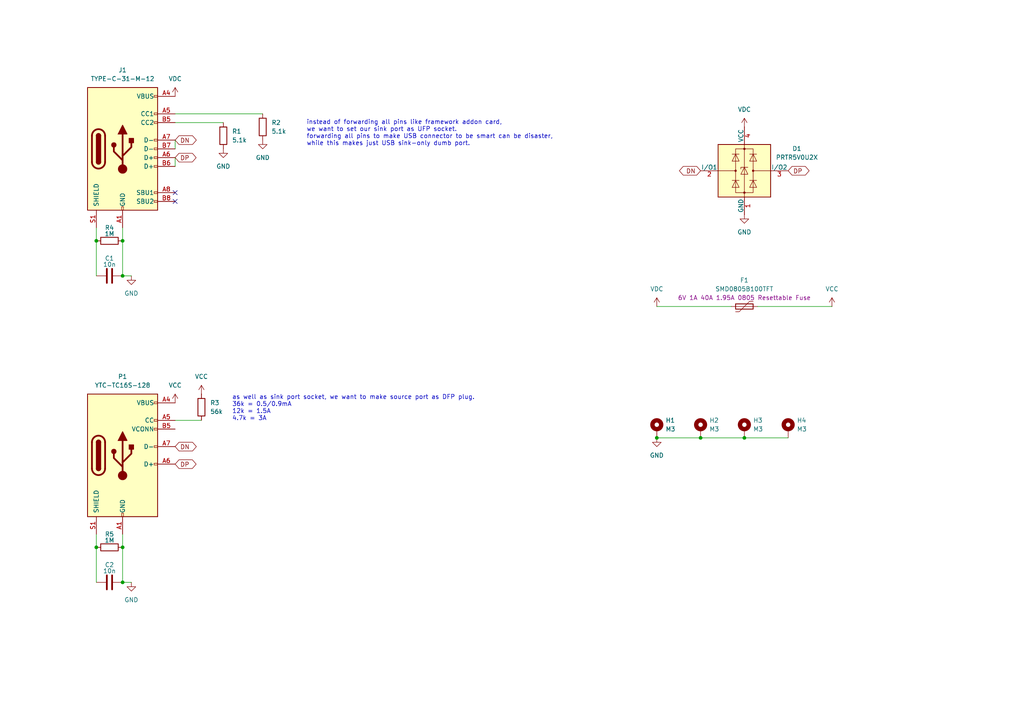
<source format=kicad_sch>
(kicad_sch (version 20250114) (generator "eeschema") (generator_version "9.0")
  (paper "A4")
  (lib_symbols
    (symbol "Connector:USB_C_Plug_USB2.0" (pin_names (offset 1.016))
      (property "Reference" "P" (at -10.16 19.05 0))
      (property "Value" "USB_C_Plug_USB2.0" (at 12.7 19.05 0))
      (symbol "USB_C_Plug_USB2.0_0_0"
        (rectangle (start -0.254 -17.78) (end 0.254 -16.764))
        (rectangle (start 10.16 15.494) (end 9.144 14.986))
        (rectangle (start 10.16 10.414) (end 9.144 9.906))
        (rectangle (start 10.16 7.874) (end 9.144 7.366))
        (rectangle (start 10.16 2.794) (end 9.144 2.286))
        (rectangle (start 10.16 -2.286) (end 9.144 -2.794))
      )
      (symbol "USB_C_Plug_USB2.0_0_1"
        (rectangle (start -10.16 17.78) (end 10.16 -17.78) (stroke (width 0.254)) (fill (type background)))
        (polyline (pts (xy -8.89 -3.81) (xy -8.89 3.81)) (stroke (width 0.508)))
        (rectangle (start -7.62 -3.81) (end -6.35 3.81) (stroke (width 0.254)) (fill (type outline)))
        (arc (start -7.62 3.81) (mid -6.985 4.4423) (end -6.35 3.81) (stroke (width 0.254)))
        (arc (start -7.62 3.81) (mid -6.985 4.4423) (end -6.35 3.81) (stroke (width 0.254)) (fill (type outline)))
        (arc (start -8.89 3.81) (mid -6.985 5.7067) (end -5.08 3.81) (stroke (width 0.508)))
        (arc (start -5.08 -3.81) (mid -6.985 -5.7067) (end -8.89 -3.81) (stroke (width 0.508)))
        (arc (start -6.35 -3.81) (mid -6.985 -4.4423) (end -7.62 -3.81) (stroke (width 0.254)))
        (arc (start -6.35 -3.81) (mid -6.985 -4.4423) (end -7.62 -3.81) (stroke (width 0.254)) (fill (type outline)))
        (polyline (pts (xy -5.08 3.81) (xy -5.08 -3.81)) (stroke (width 0.508)))
        (circle (center -2.54 1.143) (radius 0.635) (stroke (width 0.254)) (fill (type outline)))
        (polyline (pts (xy -1.27 4.318) (xy 0 6.858) (xy 1.27 4.318) (xy -1.27 4.318)) (stroke (width 0.254)) (fill (type outline)))
        (polyline (pts (xy 0 -2.032) (xy 2.54 0.508) (xy 2.54 1.778)) (stroke (width 0.508)))
        (polyline (pts (xy 0 -3.302) (xy -2.54 -0.762) (xy -2.54 0.508)) (stroke (width 0.508)))
        (polyline (pts (xy 0 -5.842) (xy 0 4.318)) (stroke (width 0.508)))
        (circle (center 0 -5.842) (radius 1.27) (fill (type outline)))
        (rectangle (start 1.905 1.778) (end 3.175 3.048) (stroke (width 0.254)) (fill (type outline)))
      )
      (symbol "USB_C_Plug_USB2.0_1_1"
        (pin passive line (at -7.62 -22.86 90) (length 5.08) (name "SHIELD") (number "S1"))
        (pin passive line (at 0 -22.86 90) (length 5.08) (name "GND") (number "A1"))
        (pin passive line (at 0 -22.86 90) (length 5.08) (hide yes) (name "GND") (number "A12"))
        (pin passive line (at 0 -22.86 90) (length 5.08) (hide yes) (name "GND") (number "B1"))
        (pin passive line (at 0 -22.86 90) (length 5.08) (hide yes) (name "GND") (number "B12"))
        (pin passive line (at 15.24 15.24 180) (length 5.08) (name "VBUS") (number "A4"))
        (pin passive line (at 15.24 15.24 180) (length 5.08) (hide yes) (name "VBUS") (number "A9"))
        (pin passive line (at 15.24 15.24 180) (length 5.08) (hide yes) (name "VBUS") (number "B4"))
        (pin passive line (at 15.24 15.24 180) (length 5.08) (hide yes) (name "VBUS") (number "B9"))
        (pin bidirectional line (at 15.24 10.16 180) (length 5.08) (name "CC") (number "A5"))
        (pin bidirectional line (at 15.24 7.62 180) (length 5.08) (name "VCONN") (number "B5"))
        (pin bidirectional line (at 15.24 2.54 180) (length 5.08) (name "D-") (number "A7"))
        (pin bidirectional line (at 15.24 -2.54 180) (length 5.08) (name "D+") (number "A6"))
      )
    )
    (symbol "Connector:USB_C_Receptacle_USB2.0_16P" (pin_names (offset 1.016))
      (property "Reference" "J" (at 0 22.225 0))
      (property "Value" "USB_C_Receptacle_USB2.0_16P" (at 0 19.685 0))
      (symbol "USB_C_Receptacle_USB2.0_16P_0_0"
        (rectangle (start -0.254 -17.78) (end 0.254 -16.764))
        (rectangle (start 10.16 15.494) (end 9.144 14.986))
        (rectangle (start 10.16 10.414) (end 9.144 9.906))
        (rectangle (start 10.16 7.874) (end 9.144 7.366))
        (rectangle (start 10.16 2.794) (end 9.144 2.286))
        (rectangle (start 10.16 0.254) (end 9.144 -0.254))
        (rectangle (start 10.16 -2.286) (end 9.144 -2.794))
        (rectangle (start 10.16 -4.826) (end 9.144 -5.334))
        (rectangle (start 10.16 -12.446) (end 9.144 -12.954))
        (rectangle (start 10.16 -14.986) (end 9.144 -15.494))
      )
      (symbol "USB_C_Receptacle_USB2.0_16P_0_1"
        (rectangle (start -10.16 17.78) (end 10.16 -17.78) (stroke (width 0.254)) (fill (type background)))
        (polyline (pts (xy -8.89 -3.81) (xy -8.89 3.81)) (stroke (width 0.508)))
        (rectangle (start -7.62 -3.81) (end -6.35 3.81) (stroke (width 0.254)) (fill (type outline)))
        (arc (start -7.62 3.81) (mid -6.985 4.4423) (end -6.35 3.81) (stroke (width 0.254)))
        (arc (start -7.62 3.81) (mid -6.985 4.4423) (end -6.35 3.81) (stroke (width 0.254)) (fill (type outline)))
        (arc (start -8.89 3.81) (mid -6.985 5.7067) (end -5.08 3.81) (stroke (width 0.508)))
        (arc (start -5.08 -3.81) (mid -6.985 -5.7067) (end -8.89 -3.81) (stroke (width 0.508)))
        (arc (start -6.35 -3.81) (mid -6.985 -4.4423) (end -7.62 -3.81) (stroke (width 0.254)))
        (arc (start -6.35 -3.81) (mid -6.985 -4.4423) (end -7.62 -3.81) (stroke (width 0.254)) (fill (type outline)))
        (polyline (pts (xy -5.08 3.81) (xy -5.08 -3.81)) (stroke (width 0.508)))
        (circle (center -2.54 1.143) (radius 0.635) (stroke (width 0.254)) (fill (type outline)))
        (polyline (pts (xy -1.27 4.318) (xy 0 6.858) (xy 1.27 4.318) (xy -1.27 4.318)) (stroke (width 0.254)) (fill (type outline)))
        (polyline (pts (xy 0 -2.032) (xy 2.54 0.508) (xy 2.54 1.778)) (stroke (width 0.508)))
        (polyline (pts (xy 0 -3.302) (xy -2.54 -0.762) (xy -2.54 0.508)) (stroke (width 0.508)))
        (polyline (pts (xy 0 -5.842) (xy 0 4.318)) (stroke (width 0.508)))
        (circle (center 0 -5.842) (radius 1.27) (fill (type outline)))
        (rectangle (start 1.905 1.778) (end 3.175 3.048) (stroke (width 0.254)) (fill (type outline)))
      )
      (symbol "USB_C_Receptacle_USB2.0_16P_1_1"
        (pin passive line (at -7.62 -22.86 90) (length 5.08) (name "SHIELD") (number "S1"))
        (pin passive line (at 0 -22.86 90) (length 5.08) (name "GND") (number "A1"))
        (pin passive line (at 0 -22.86 90) (length 5.08) (hide yes) (name "GND") (number "A12"))
        (pin passive line (at 0 -22.86 90) (length 5.08) (hide yes) (name "GND") (number "B1"))
        (pin passive line (at 0 -22.86 90) (length 5.08) (hide yes) (name "GND") (number "B12"))
        (pin passive line (at 15.24 15.24 180) (length 5.08) (name "VBUS") (number "A4"))
        (pin passive line (at 15.24 15.24 180) (length 5.08) (hide yes) (name "VBUS") (number "A9"))
        (pin passive line (at 15.24 15.24 180) (length 5.08) (hide yes) (name "VBUS") (number "B4"))
        (pin passive line (at 15.24 15.24 180) (length 5.08) (hide yes) (name "VBUS") (number "B9"))
        (pin bidirectional line (at 15.24 10.16 180) (length 5.08) (name "CC1") (number "A5"))
        (pin bidirectional line (at 15.24 7.62 180) (length 5.08) (name "CC2") (number "B5"))
        (pin bidirectional line (at 15.24 2.54 180) (length 5.08) (name "D-") (number "A7"))
        (pin bidirectional line (at 15.24 0 180) (length 5.08) (name "D-") (number "B7"))
        (pin bidirectional line (at 15.24 -2.54 180) (length 5.08) (name "D+") (number "A6"))
        (pin bidirectional line (at 15.24 -5.08 180) (length 5.08) (name "D+") (number "B6"))
        (pin bidirectional line (at 15.24 -12.7 180) (length 5.08) (name "SBU1") (number "A8"))
        (pin bidirectional line (at 15.24 -15.24 180) (length 5.08) (name "SBU2") (number "B8"))
      )
    )
    (symbol "Device:C" (pin_numbers (hide yes)) (pin_names (offset 0.254))
      (property "Reference" "C" (at 0.635 2.54 0))
      (property "Value" "C" (at 0.635 -2.54 0))
      (symbol "C_0_1"
        (polyline (pts (xy -2.032 0.762) (xy 2.032 0.762)) (stroke (width 0.508)))
        (polyline (pts (xy -2.032 -0.762) (xy 2.032 -0.762)) (stroke (width 0.508)))
      )
      (symbol "C_1_1"
        (pin passive line (at 0 3.81 270) (length 2.794) (name "~") (number "1"))
        (pin passive line (at 0 -3.81 90) (length 2.794) (name "~") (number "2"))
      )
    )
    (symbol "Device:Polyfuse" (pin_numbers (hide yes)) (pin_names (offset 0))
      (property "Reference" "F" (at -2.54 0 90))
      (property "Value" "Polyfuse" (at 2.54 0 90))
      (symbol "Polyfuse_0_1"
        (polyline (pts (xy -1.524 2.54) (xy -1.524 1.524) (xy 1.524 -1.524) (xy 1.524 -2.54)))
        (rectangle (start -0.762 2.54) (end 0.762 -2.54) (stroke (width 0.254)))
        (polyline (pts (xy 0 2.54) (xy 0 -2.54)))
      )
      (symbol "Polyfuse_1_1"
        (pin passive line (at 0 3.81 270) (length 1.27) (name "~") (number "1"))
        (pin passive line (at 0 -3.81 90) (length 1.27) (name "~") (number "2"))
      )
    )
    (symbol "Device:R" (pin_numbers (hide yes)) (pin_names (offset 0))
      (property "Reference" "R" (at 2.032 0 90))
      (property "Value" "R" (at 0 0 90))
      (symbol "R_0_1"
        (rectangle (start -1.016 -2.54) (end 1.016 2.54) (stroke (width 0.254)))
      )
      (symbol "R_1_1"
        (pin passive line (at 0 3.81 270) (length 1.27) (name "~") (number "1"))
        (pin passive line (at 0 -3.81 90) (length 1.27) (name "~") (number "2"))
      )
    )
    (symbol "Mechanical:MountingHole_Pad" (pin_numbers (hide yes)) (pin_names (offset 1.016) (hide yes)) (in_bom no)
      (property "Reference" "H" (at 0 6.35 0))
      (property "Value" "MountingHole_Pad" (at 0 4.445 0))
      (symbol "MountingHole_Pad_0_1"
        (circle (center 0 1.27) (radius 1.27) (stroke (width 1.27)))
      )
      (symbol "MountingHole_Pad_1_1"
        (pin input line (at 0 -2.54 90) (length 2.54) (name "1") (number "1"))
      )
    )
    (symbol "Power_Protection:PRTR5V0U2X" (pin_names (offset 0))
      (property "Reference" "D" (at 2.794 8.636 0))
      (property "Value" "PRTR5V0U2X" (at 8.128 -9.398 0))
      (symbol "PRTR5V0U2X_0_1"
        (rectangle (start -7.62 -7.62) (end 7.62 7.62) (stroke (width 0.254)) (fill (type background)))
        (polyline (pts (xy -3.556 2.794) (xy -1.524 2.794) (xy -2.54 4.826) (xy -3.556 2.794)))
        (polyline (pts (xy -3.556 -4.826) (xy -1.524 -4.826) (xy -2.54 -2.794) (xy -3.556 -4.826)))
        (rectangle (start -2.54 6.35) (end 2.54 -6.35))
        (circle (center -2.54 0) (radius 0.254) (fill (type outline)))
        (polyline (pts (xy -2.54 0) (xy -7.62 0)))
        (polyline (pts (xy -1.524 4.826) (xy -3.556 4.826)))
        (polyline (pts (xy -1.524 -2.794) (xy -3.556 -2.794)))
        (polyline (pts (xy -1.016 -1.016) (xy 1.016 -1.016) (xy 0 1.016) (xy -1.016 -1.016)))
        (circle (center 0 6.35) (radius 0.254) (fill (type outline)))
        (circle (center 0 -6.35) (radius 0.254) (fill (type outline)))
        (polyline (pts (xy 0 -7.62) (xy 0 7.62)))
        (polyline (pts (xy 1.016 1.016) (xy -1.016 1.016) (xy -1.016 0.508)))
        (polyline (pts (xy 1.524 4.826) (xy 3.556 4.826)))
        (polyline (pts (xy 1.524 -2.794) (xy 3.556 -2.794)))
        (polyline (pts (xy 2.54 0) (xy 7.62 0)))
        (circle (center 2.54 0) (radius 0.254) (fill (type outline)))
        (polyline (pts (xy 3.556 2.794) (xy 1.524 2.794) (xy 2.54 4.826) (xy 3.556 2.794)))
        (polyline (pts (xy 3.556 -4.826) (xy 1.524 -4.826) (xy 2.54 -2.794) (xy 3.556 -4.826)))
      )
      (symbol "PRTR5V0U2X_1_1"
        (pin passive line (at -12.7 0 0) (length 5.08) (name "I/O1") (number "2"))
        (pin passive line (at 0 12.7 270) (length 5.08) (name "VCC") (number "4"))
        (pin passive line (at 0 -12.7 90) (length 5.08) (name "GND") (number "1"))
        (pin passive line (at 12.7 0 180) (length 5.08) (name "I/O2") (number "3"))
      )
    )
    (symbol "power:GND" (power) (pin_numbers (hide yes)) (pin_names (offset 0) (hide yes))
      (property "Value" "GND" (at 0 -3.81 0))
      (symbol "GND_0_1"
        (polyline (pts (xy 0 0) (xy 0 -1.27) (xy 1.27 -1.27) (xy 0 -2.54) (xy -1.27 -1.27) (xy 0 -1.27)))
      )
      (symbol "GND_1_1"
        (pin power_in line (at 0 0 270) (length 0) (name "~") (number "1"))
      )
    )
    (symbol "power:VCC" (power) (pin_numbers (hide yes)) (pin_names (offset 0) (hide yes))
      (property "Value" "VCC" (at 0 3.556 0))
      (symbol "VCC_0_1"
        (polyline (pts (xy -0.762 1.27) (xy 0 2.54)))
        (polyline (pts (xy 0 2.54) (xy 0.762 1.27)))
        (polyline (pts (xy 0 0) (xy 0 2.54)))
      )
      (symbol "VCC_1_1"
        (pin power_in line (at 0 0 90) (length 0) (name "~") (number "1"))
      )
    )
    (symbol "power:VDC" (power) (pin_numbers (hide yes)) (pin_names (offset 0) (hide yes))
      (property "Value" "VDC" (at 0 3.556 0))
      (symbol "VDC_0_1"
        (polyline (pts (xy -0.762 1.27) (xy 0 2.54)))
        (polyline (pts (xy 0 2.54) (xy 0.762 1.27)))
        (polyline (pts (xy 0 0) (xy 0 2.54)))
      )
      (symbol "VDC_1_1"
        (pin power_in line (at 0 0 90) (length 0) (name "~") (number "1"))
      )
    )
  )
  (text "instead of forwarding all pins like framework addon card,\nwe want to set our sink port as UFP socket.\nforwarding all pins to make USB connector to be smart can be disaster,\nwhile this makes just USB sink-only dumb port." (at 88.9 38.608 0) (effects (font (size 1.27 1.27)) (justify left)))
  (text "as well as sink port socket, we want to make source port as DFP plug.\n36k = 0.5/0.9mA\n12k = 1.5A\n4.7k = 3A" (at 67.31 118.364 0) (effects (font (size 1.27 1.27)) (justify left)))
  (junction (at 35.56 158.75))
  (junction (at 215.9 127))
  (junction (at 35.56 168.91))
  (junction (at 27.94 158.75))
  (junction (at 190.5 127))
  (junction (at 27.94 69.85))
  (junction (at 35.56 69.85))
  (junction (at 203.2 127))
  (junction (at 35.56 80.01))
  (no_connect (at 50.8 55.88))
  (no_connect (at 50.8 58.42))
  (wire (pts (xy 50.8 45.72) (xy 50.8 48.26)))
  (wire (pts (xy 27.94 158.75) (xy 27.94 168.91)))
  (wire (pts (xy 27.94 66.04) (xy 27.94 69.85)))
  (wire (pts (xy 35.56 69.85) (xy 35.56 80.01)))
  (wire (pts (xy 35.56 66.04) (xy 35.56 69.85)))
  (wire (pts (xy 215.9 127) (xy 228.6 127)))
  (wire (pts (xy 35.56 158.75) (xy 35.56 168.91)))
  (wire (pts (xy 27.94 154.94) (xy 27.94 158.75)))
  (wire (pts (xy 50.8 121.92) (xy 58.42 121.92)))
  (wire (pts (xy 38.1 80.01) (xy 35.56 80.01)))
  (wire (pts (xy 203.2 127) (xy 215.9 127)))
  (wire (pts (xy 219.71 88.9) (xy 241.3 88.9)))
  (wire (pts (xy 38.1 168.91) (xy 35.56 168.91)))
  (wire (pts (xy 50.8 40.64) (xy 50.8 43.18)))
  (wire (pts (xy 35.56 154.94) (xy 35.56 158.75)))
  (wire (pts (xy 50.8 33.02) (xy 76.2 33.02)))
  (wire (pts (xy 190.5 88.9) (xy 212.09 88.9)))
  (wire (pts (xy 190.5 127) (xy 203.2 127)))
  (wire (pts (xy 50.8 35.56) (xy 64.77 35.56)))
  (wire (pts (xy 27.94 69.85) (xy 27.94 80.01)))
  (global_label "DP" (shape bidirectional) (at 50.8 134.62 0) (property "Intersheetrefs" "${INTERSHEET_REFS}" (effects (hide yes))))
  (global_label "DN" (shape bidirectional) (at 203.2 49.53 180) (property "Intersheetrefs" "${INTERSHEET_REFS}" (effects (hide yes))))
  (global_label "DN" (shape bidirectional) (at 50.8 129.54 0) (property "Intersheetrefs" "${INTERSHEET_REFS}" (effects (hide yes))))
  (global_label "DN" (shape bidirectional) (at 50.8 40.64 0) (property "Intersheetrefs" "${INTERSHEET_REFS}" (effects (hide yes))))
  (global_label "DP" (shape bidirectional) (at 50.8 45.72 0) (property "Intersheetrefs" "${INTERSHEET_REFS}" (effects (hide yes))))
  (global_label "DP" (shape bidirectional) (at 228.6 49.53 0) (property "Intersheetrefs" "${INTERSHEET_REFS}" (effects (hide yes))))
  (symbol (lib_id "Device:C") (at 31.75 80.01 90) (unit 1)
    (property "Reference" "C1" (at 31.75 74.93 90))
    (property "Value" "10n" (at 31.75 76.708 90))
    (property "Footprint" "Capacitor_SMD:C_0603_1608Metric" (effects (hide yes)))
    (property "Description" "Unpolarized capacitor" (effects (hide yes)))
  )
  (symbol (lib_id "Power_Protection:PRTR5V0U2X") (at 215.9 49.53 0) (unit 1)
    (property "Reference" "D1" (at 231.14 43.1098 0))
    (property "Value" "PRTR5V0U2X" (at 231.14 45.6498 0))
    (property "Footprint" "Package_TO_SOT_SMD:SOT-143" (effects (hide yes)))
    (property "Datasheet" "https://assets.nexperia.com/documents/data-sheet/PRTR5V0U2X.pdf" (effects (hide yes)))
    (property "Description" "Ultra low capacitance double rail-to-rail ESD protection diode, SOT-143" (effects (hide yes)))
  )
  (symbol (lib_id "Connector:USB_C_Plug_USB2.0") (at 35.56 132.08 0) (unit 1)
    (property "Reference" "P1" (at 35.56 109.22 0))
    (property "Value" "YTC-TC16S-128" (at 35.56 111.76 0))
    (property "Footprint" "usb_stand:TYPE-C-SMD_YTC-TC16S-128" (effects (hide yes)))
    (property "Datasheet" "https://www.usb.org/sites/default/files/documents/usb_type-c.zip" (effects (hide yes)))
    (property "Description" "USB 2.0-only Type-C Plug connector" (effects (hide yes)))
  )
  (symbol (lib_id "power:VCC") (at 241.3 88.9 0) (unit 1)
    (property "Reference" "#PWR011" (effects (hide yes)))
    (property "Value" "VCC" (at 241.3 83.82 0))
    (property "Description" "Power symbol creates a global label with name \"VCC\"" (effects (hide yes)))
  )
  (symbol (lib_id "Mechanical:MountingHole_Pad") (at 190.5 124.46 0) (unit 1) (in_bom no)
    (property "Reference" "H1" (at 193.04 121.9199 0) (effects (justify left)))
    (property "Value" "M3" (at 193.04 124.4599 0) (effects (justify left)))
    (property "Footprint" "MountingHole:MountingHole_3.2mm_M3_ISO14580_Pad" (effects (hide yes)))
    (property "Description" "Mounting Hole with connection" (effects (hide yes)))
  )
  (symbol (lib_id "Mechanical:MountingHole_Pad") (at 228.6 124.46 0) (unit 1) (in_bom no)
    (property "Reference" "H4" (at 231.14 121.9199 0) (effects (justify left)))
    (property "Value" "M3" (at 231.14 124.4599 0) (effects (justify left)))
    (property "Footprint" "MountingHole:MountingHole_3.2mm_M3_ISO14580_Pad" (effects (hide yes)))
    (property "Description" "Mounting Hole with connection" (effects (hide yes)))
  )
  (symbol (lib_id "Mechanical:MountingHole_Pad") (at 215.9 124.46 0) (unit 1) (in_bom no)
    (property "Reference" "H3" (at 218.44 121.9199 0) (effects (justify left)))
    (property "Value" "M3" (at 218.44 124.4599 0) (effects (justify left)))
    (property "Footprint" "MountingHole:MountingHole_3.2mm_M3_ISO14580_Pad" (effects (hide yes)))
    (property "Description" "Mounting Hole with connection" (effects (hide yes)))
  )
  (symbol (lib_id "Device:C") (at 31.75 168.91 90) (unit 1)
    (property "Reference" "C2" (at 31.75 163.83 90))
    (property "Value" "10n" (at 31.75 165.608 90))
    (property "Footprint" "Capacitor_SMD:C_0603_1608Metric" (effects (hide yes)))
    (property "Description" "Unpolarized capacitor" (effects (hide yes)))
  )
  (symbol (lib_id "power:VCC") (at 58.42 114.3 0) (unit 1)
    (property "Reference" "#PWR05" (effects (hide yes)))
    (property "Value" "VCC" (at 58.42 109.22 0))
    (property "Description" "Power symbol creates a global label with name \"VCC\"" (effects (hide yes)))
  )
  (symbol (lib_id "Device:R") (at 31.75 69.85 270) (unit 1)
    (property "Reference" "R4" (at 31.75 66.04 90))
    (property "Value" "1M" (at 31.75 67.818 90))
    (property "Footprint" "Resistor_SMD:R_0603_1608Metric" (effects (hide yes)))
    (property "Description" "Resistor" (effects (hide yes)))
  )
  (symbol (lib_id "power:VDC") (at 50.8 27.94 0) (unit 1)
    (property "Reference" "#PWR01" (effects (hide yes)))
    (property "Value" "VDC" (at 50.8 22.86 0))
    (property "Description" "Power symbol creates a global label with name \"VDC\"" (effects (hide yes)))
  )
  (symbol (lib_id "power:VDC") (at 190.5 88.9 0) (unit 1)
    (property "Reference" "#PWR010" (effects (hide yes)))
    (property "Value" "VDC" (at 190.5 83.82 0))
    (property "Description" "Power symbol creates a global label with name \"VDC\"" (effects (hide yes)))
  )
  (symbol (lib_id "Device:R") (at 31.75 158.75 270) (unit 1)
    (property "Reference" "R5" (at 31.75 154.94 90))
    (property "Value" "1M" (at 31.75 156.718 90))
    (property "Footprint" "Resistor_SMD:R_0603_1608Metric" (effects (hide yes)))
    (property "Description" "Resistor" (effects (hide yes)))
  )
  (symbol (lib_id "power:GND") (at 76.2 40.64 0) (unit 1)
    (property "Reference" "#PWR03" (effects (hide yes)))
    (property "Value" "GND" (at 76.2 45.72 0))
    (property "Description" "Power symbol creates a global label with name \"GND\" , ground" (effects (hide yes)))
  )
  (symbol (lib_id "power:GND") (at 38.1 168.91 0) (unit 1)
    (property "Reference" "#PWR07" (effects (hide yes)))
    (property "Value" "GND" (at 38.1 173.99 0))
    (property "Description" "Power symbol creates a global label with name \"GND\" , ground" (effects (hide yes)))
  )
  (symbol (lib_id "Device:R") (at 76.2 36.83 180) (unit 1)
    (property "Reference" "R2" (at 78.74 35.5599 0) (effects (justify right)))
    (property "Value" "5.1k" (at 78.74 38.0999 0) (effects (justify right)))
    (property "Footprint" "Resistor_SMD:R_0603_1608Metric" (effects (hide yes)))
    (property "Description" "Resistor" (effects (hide yes)))
  )
  (symbol (lib_id "Mechanical:MountingHole_Pad") (at 203.2 124.46 0) (unit 1) (in_bom no)
    (property "Reference" "H2" (at 205.74 121.9199 0) (effects (justify left)))
    (property "Value" "M3" (at 205.74 124.4599 0) (effects (justify left)))
    (property "Footprint" "MountingHole:MountingHole_3.2mm_M3_ISO14580_Pad" (effects (hide yes)))
    (property "Description" "Mounting Hole with connection" (effects (hide yes)))
  )
  (symbol (lib_id "Device:Polyfuse") (at 215.9 88.9 90) (unit 1)
    (property "Reference" "F1" (at 215.9 81.28 90))
    (property "Value" "SMD0805B100TFT" (at 215.9 83.82 90))
    (property "Footprint" "Fuse:Fuse_0805_2012Metric" (effects (hide yes)))
    (property "Datasheet" "https://lcsc.com/datasheet/lcsc_datasheet_2410121455_Brightking-SMD0805B100TFT_C269106.pdf" (effects (hide yes)))
    (property "Description" "6V 1A 40A 1.95A 0805 Resettable Fuse" (at 215.9 86.36 90))
  )
  (symbol (lib_id "power:GND") (at 38.1 80.01 0) (unit 1)
    (property "Reference" "#PWR06" (effects (hide yes)))
    (property "Value" "GND" (at 38.1 85.09 0))
    (property "Description" "Power symbol creates a global label with name \"GND\" , ground" (effects (hide yes)))
  )
  (symbol (lib_id "Connector:USB_C_Receptacle_USB2.0_16P") (at 35.56 43.18 0) (unit 1)
    (property "Reference" "J1" (at 35.56 20.32 0))
    (property "Value" "TYPE-C-31-M-12" (at 35.56 22.86 0))
    (property "Footprint" "Connector_USB:USB_C_Receptacle_HRO_TYPE-C-31-M-12" (effects (hide yes)))
    (property "Datasheet" "https://www.usb.org/sites/default/files/documents/usb_type-c.zip" (effects (hide yes)))
    (property "Description" "USB 2.0-only 16P Type-C Receptacle connector" (effects (hide yes)))
  )
  (symbol (lib_id "Device:R") (at 64.77 39.37 180) (unit 1)
    (property "Reference" "R1" (at 67.31 38.0999 0) (effects (justify right)))
    (property "Value" "5.1k" (at 67.31 40.6399 0) (effects (justify right)))
    (property "Footprint" "Resistor_SMD:R_0603_1608Metric" (effects (hide yes)))
    (property "Description" "Resistor" (effects (hide yes)))
  )
  (symbol (lib_id "power:GND") (at 215.9 62.23 0) (unit 1)
    (property "Reference" "#PWR09" (effects (hide yes)))
    (property "Value" "GND" (at 215.9 67.31 0))
    (property "Description" "Power symbol creates a global label with name \"GND\" , ground" (effects (hide yes)))
  )
  (symbol (lib_id "power:GND") (at 190.5 127 0) (unit 1)
    (property "Reference" "#PWR012" (effects (hide yes)))
    (property "Value" "GND" (at 190.5 132.08 0))
    (property "Description" "Power symbol creates a global label with name \"GND\" , ground" (effects (hide yes)))
  )
  (symbol (lib_id "power:GND") (at 64.77 43.18 0) (unit 1)
    (property "Reference" "#PWR02" (effects (hide yes)))
    (property "Value" "GND" (at 64.77 48.26 0))
    (property "Description" "Power symbol creates a global label with name \"GND\" , ground" (effects (hide yes)))
  )
  (symbol (lib_id "power:VDC") (at 215.9 36.83 0) (unit 1)
    (property "Reference" "#PWR08" (effects (hide yes)))
    (property "Value" "VDC" (at 215.9 31.75 0))
    (property "Description" "Power symbol creates a global label with name \"VDC\"" (effects (hide yes)))
  )
  (symbol (lib_id "Device:R") (at 58.42 118.11 180) (unit 1)
    (property "Reference" "R3" (at 60.96 116.8399 0) (effects (justify right)))
    (property "Value" "56k" (at 60.96 119.3799 0) (effects (justify right)))
    (property "Footprint" "Resistor_SMD:R_0603_1608Metric" (effects (hide yes)))
    (property "Description" "Resistor" (effects (hide yes)))
  )
  (symbol (lib_id "power:VCC") (at 50.8 116.84 0) (unit 1)
    (property "Reference" "#PWR04" (effects (hide yes)))
    (property "Value" "VCC" (at 50.8 111.76 0))
    (property "Description" "Power symbol creates a global label with name \"VCC\"" (effects (hide yes)))
  )
)
</source>
